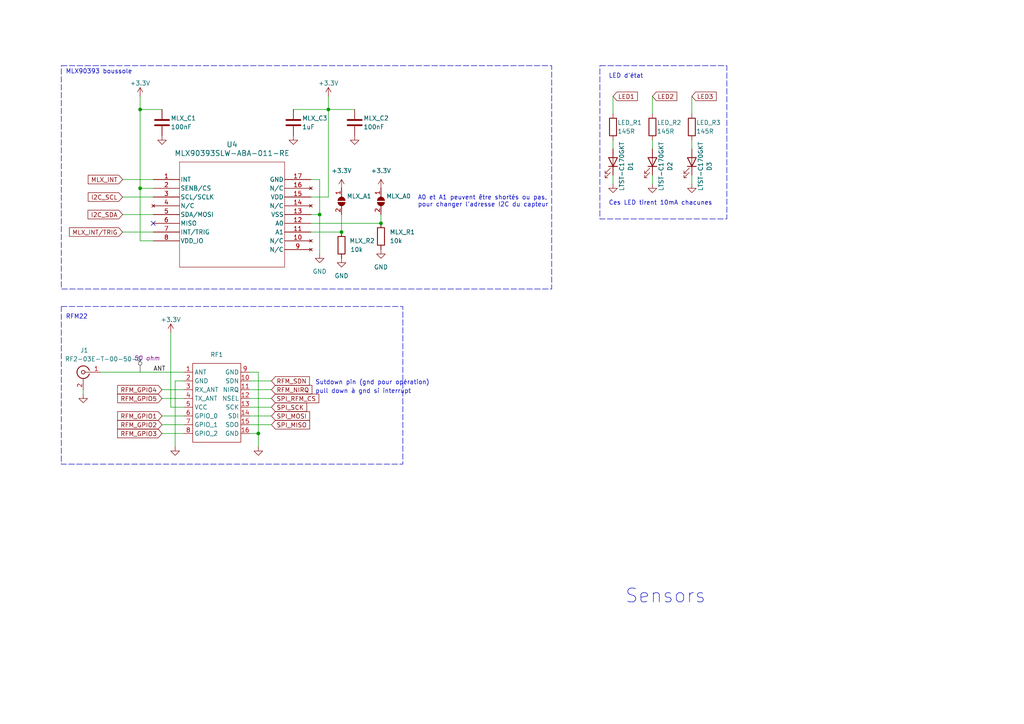
<source format=kicad_sch>
(kicad_sch (version 20231120) (generator "eeschema") (generator_version "8.0")
  (paper "A4")
  (title_block (title "IdeFIX") (rev "v2") (company "GAUL"))
  (lib_symbols
    (symbol "+3.3V_1" (power) (pin_numbers hide) (pin_names (offset 0) hide)
      (property "Value" "+3.3V" (at 0 3.556 0))
      (symbol "+3.3V_1_0_1"
        (polyline (pts (xy -0.762 1.27) (xy 0 2.54)))
        (polyline (pts (xy 0 0) (xy 0 2.54)))
        (polyline (pts (xy 0 2.54) (xy 0.762 1.27)))
      )
      (symbol "+3.3V_1_1_1"
        (pin power_in line (at 0 0 90) (length 0) (name "~") (number "1"))
      )
    )
    (symbol "Connector:Conn_Coaxial" (pin_names (offset 1.016) hide)
      (property "Reference" "J" (at 0.254 3.048 0))
      (property "Value" "Conn_Coaxial" (at 2.921 0 90))
      (symbol "Conn_Coaxial_0_1"
        (arc (start -1.778 -0.508) (mid 0.2311 -1.8066) (end 1.778 0) (stroke (width 0.254)))
        (polyline (pts (xy -2.54 0) (xy -0.508 0)))
        (polyline (pts (xy 0 -2.54) (xy 0 -1.778)))
        (circle (center 0 0) (radius 0.508) (stroke (width 0.2032)))
        (arc (start 1.778 0) (mid 0.2099 1.8101) (end -1.778 0.508) (stroke (width 0.254)))
      )
      (symbol "Conn_Coaxial_1_1"
        (pin passive line (at -5.08 0 0) (length 2.54) (name "In") (number "1"))
        (pin passive line (at 0 -5.08 90) (length 2.54) (name "Ext") (number "2"))
      )
    )
    (symbol "Device:C" (pin_numbers hide) (pin_names (offset 0.254))
      (property "Reference" "C" (at 0.635 2.54 0))
      (property "Value" "C" (at 0.635 -2.54 0))
      (symbol "C_0_1"
        (polyline (pts (xy -2.032 -0.762) (xy 2.032 -0.762)) (stroke (width 0.508)))
        (polyline (pts (xy -2.032 0.762) (xy 2.032 0.762)) (stroke (width 0.508)))
      )
      (symbol "C_1_1"
        (pin passive line (at 0 3.81 270) (length 2.794) (name "~") (number "1"))
        (pin passive line (at 0 -3.81 90) (length 2.794) (name "~") (number "2"))
      )
    )
    (symbol "Device:LED" (pin_numbers hide) (pin_names (offset 1.016) hide)
      (property "Reference" "D" (at 0 2.54 0))
      (property "Value" "LED" (at 0 -2.54 0))
      (symbol "LED_0_1"
        (polyline (pts (xy -1.27 -1.27) (xy -1.27 1.27)) (stroke (width 0.254)))
        (polyline (pts (xy -1.27 0) (xy 1.27 0)))
        (polyline (pts (xy 1.27 -1.27) (xy 1.27 1.27) (xy -1.27 0) (xy 1.27 -1.27)) (stroke (width 0.254)))
        (polyline (pts (xy -3.048 -0.762) (xy -4.572 -2.286) (xy -3.81 -2.286) (xy -4.572 -2.286) (xy -4.572 -1.524)))
        (polyline (pts (xy -1.778 -0.762) (xy -3.302 -2.286) (xy -2.54 -2.286) (xy -3.302 -2.286) (xy -3.302 -1.524)))
      )
      (symbol "LED_1_1"
        (pin passive line (at -3.81 0 0) (length 2.54) (name "K") (number "1"))
        (pin passive line (at 3.81 0 180) (length 2.54) (name "A") (number "2"))
      )
    )
    (symbol "Device:R" (pin_numbers hide) (pin_names (offset 0))
      (property "Reference" "R" (at 2.032 0 90))
      (property "Value" "R" (at 0 0 90))
      (symbol "R_0_1"
        (rectangle (start -1.016 -2.54) (end 1.016 2.54) (stroke (width 0.254)))
      )
      (symbol "R_1_1"
        (pin passive line (at 0 3.81 270) (length 1.27) (name "~") (number "1"))
        (pin passive line (at 0 -3.81 90) (length 1.27) (name "~") (number "2"))
      )
    )
    (symbol "Jumper:SolderJumper_2_Open" (pin_names (offset 0) hide)
      (property "Reference" "JP" (at 0 2.032 0))
      (property "Value" "SolderJumper_2_Open" (at 0 -2.54 0))
      (symbol "SolderJumper_2_Open_0_1"
        (arc (start -0.254 1.016) (mid -1.2656 0) (end -0.254 -1.016))
        (arc (start -0.254 1.016) (mid -1.2656 0) (end -0.254 -1.016) (fill (type outline)))
        (polyline (pts (xy -0.254 1.016) (xy -0.254 -1.016)))
        (polyline (pts (xy 0.254 1.016) (xy 0.254 -1.016)))
        (arc (start 0.254 -1.016) (mid 1.2656 0) (end 0.254 1.016))
        (arc (start 0.254 -1.016) (mid 1.2656 0) (end 0.254 1.016) (fill (type outline)))
      )
      (symbol "SolderJumper_2_Open_1_1"
        (pin passive line (at -3.81 0 0) (length 2.54) (name "A") (number "1"))
        (pin passive line (at 3.81 0 180) (length 2.54) (name "B") (number "2"))
      )
    )
    (symbol "power:+3.3V" (power) (pin_names (offset 0))
      (property "Value" "+3.3V" (at 0 3.556 0))
      (symbol "+3.3V_0_1"
        (polyline (pts (xy -0.762 1.27) (xy 0 2.54)))
        (polyline (pts (xy 0 0) (xy 0 2.54)))
        (polyline (pts (xy 0 2.54) (xy 0.762 1.27)))
      )
      (symbol "+3.3V_1_1"
        (pin power_in line (at 0 0 90) (length 0) hide (name "+3.3V") (number "1"))
      )
    )
    (symbol "power:GND" (power) (pin_names (offset 0))
      (property "Value" "GND" (at 0 -3.81 0))
      (symbol "GND_0_1"
        (polyline (pts (xy 0 0) (xy 0 -1.27) (xy 1.27 -1.27) (xy 0 -2.54) (xy -1.27 -1.27) (xy 0 -1.27)))
      )
      (symbol "GND_1_1"
        (pin power_in line (at 0 0 270) (length 0) hide (name "GND") (number "1"))
      )
    )
    (symbol "symbol-receiver:MLX90393SLW-ABA-011-RE" (pin_names (offset 0.254))
      (property "Reference" "U" (at 22.86 10.16 0))
      (property "Value" "MLX90393SLW-ABA-011-RE" (at 22.86 7.62 0))
      (symbol "MLX90393SLW-ABA-011-RE_1_1"
        (polyline (pts (xy 7.62 -25.4) (xy 38.1 -25.4)) (stroke (width 0.127)))
        (polyline (pts (xy 7.62 5.08) (xy 7.62 -25.4)) (stroke (width 0.127)))
        (polyline (pts (xy 38.1 -25.4) (xy 38.1 5.08)) (stroke (width 0.127)))
        (polyline (pts (xy 38.1 5.08) (xy 7.62 5.08)) (stroke (width 0.127)))
        (pin output line (at 0 0 0) (length 7.62) (name "INT") (number "1"))
        (pin no_connect line (at 45.72 -17.78 180) (length 7.62) (name "N/C") (number "10"))
        (pin input line (at 45.72 -15.24 180) (length 7.62) (name "A1") (number "11"))
        (pin input line (at 45.72 -12.7 180) (length 7.62) (name "A0") (number "12"))
        (pin power_out line (at 45.72 -10.16 180) (length 7.62) (name "VSS") (number "13"))
        (pin no_connect line (at 45.72 -7.62 180) (length 7.62) (name "N/C") (number "14"))
        (pin power_in line (at 45.72 -5.08 180) (length 7.62) (name "VDD") (number "15"))
        (pin no_connect line (at 45.72 -2.54 180) (length 7.62) (name "N/C") (number "16"))
        (pin power_out line (at 45.72 0 180) (length 7.62) (name "GND") (number "17"))
        (pin input line (at 0 -2.54 0) (length 7.62) (name "SENB/CS") (number "2"))
        (pin input line (at 0 -5.08 0) (length 7.62) (name "SCL/SCLK") (number "3"))
        (pin no_connect line (at 0 -7.62 0) (length 7.62) (name "N/C") (number "4"))
        (pin bidirectional line (at 0 -10.16 0) (length 7.62) (name "SDA/MOSI") (number "5"))
        (pin output line (at 0 -12.7 0) (length 7.62) (name "MISO") (number "6"))
        (pin bidirectional line (at 0 -15.24 0) (length 7.62) (name "INT/TRIG") (number "7"))
        (pin power_in line (at 0 -17.78 0) (length 7.62) (name "VDD_IO") (number "8"))
        (pin no_connect line (at 45.72 -20.32 180) (length 7.62) (name "N/C") (number "9"))
      )
    )
    (symbol "symbol-receiver:RFM22B-S2"
      (property "Reference" "RF" (at -1.27 3.81 0))
      (symbol "RFM22B-S2_0_0"
        (pin bidirectional line (at -10.16 0 0) (length 2.54) (name "ANT") (number "1"))
        (pin input line (at 8.89 -2.54 180) (length 2.54) (name "SDN") (number "10"))
        (pin bidirectional line (at 8.89 -5.08 180) (length 2.54) (name "NIRQ") (number "11"))
        (pin input line (at 8.89 -7.62 180) (length 2.54) (name "NSEL") (number "12"))
        (pin input line (at 8.89 -10.16 180) (length 2.54) (name "SCK") (number "13"))
        (pin input line (at 8.89 -12.7 180) (length 2.54) (name "SDI") (number "14"))
        (pin input line (at 8.89 -15.24 180) (length 2.54) (name "SDO") (number "15"))
        (pin power_in line (at 8.89 -17.78 180) (length 2.54) (name "GND") (number "16"))
        (pin power_in line (at -10.16 -2.54 0) (length 2.54) (name "GND") (number "2"))
        (pin input line (at -10.16 -5.08 0) (length 2.54) (name "RX_ANT") (number "3"))
        (pin output line (at -10.16 -7.62 0) (length 2.54) (name "TX_ANT") (number "4"))
        (pin power_in line (at -10.16 -10.16 0) (length 2.54) (name "VCC") (number "5"))
        (pin bidirectional line (at -10.16 -12.7 0) (length 2.54) (name "GPIO_0") (number "6"))
        (pin bidirectional line (at -10.16 -15.24 0) (length 2.54) (name "GPIO_1") (number "7"))
        (pin bidirectional line (at -10.16 -17.78 0) (length 2.54) (name "GPIO_2") (number "8"))
        (pin power_in line (at 8.89 0 180) (length 2.54) (name "GND") (number "9"))
      )
      (symbol "RFM22B-S2_0_1"
        (rectangle (start -7.62 2.54) (end 6.35 -20.32))
      )
    )
  )
  (junction (at 92.71 62.23))
  (junction (at 40.64 54.61))
  (junction (at 40.64 31.75))
  (junction (at 95.25 31.75))
  (junction (at 74.93 125.73))
  (junction (at 99.06 67.31))
  (junction (at 110.49 64.77))
  (no_connect (at 44.45 64.77))
  (wire (pts (xy 72.39 118.11) (xy 78.74 118.11)))
  (wire (pts (xy 72.39 113.03) (xy 78.74 113.03)))
  (wire (pts (xy 35.56 52.07) (xy 44.45 52.07)))
  (wire (pts (xy 49.53 118.11) (xy 53.34 118.11)))
  (wire (pts (xy 35.56 62.23) (xy 44.45 62.23)))
  (wire (pts (xy 102.87 31.75) (xy 95.25 31.75)))
  (wire (pts (xy 40.64 54.61) (xy 44.45 54.61)))
  (wire (pts (xy 189.23 40.64) (xy 189.23 43.18)))
  (wire (pts (xy 44.45 69.85) (xy 40.64 69.85)))
  (wire (pts (xy 90.17 57.15) (xy 95.25 57.15)))
  (wire (pts (xy 50.8 110.49) (xy 50.8 129.54)))
  (wire (pts (xy 72.39 123.19) (xy 78.74 123.19)))
  (wire (pts (xy 189.23 50.8) (xy 189.23 53.34)))
  (wire (pts (xy 49.53 96.52) (xy 49.53 118.11)))
  (wire (pts (xy 46.99 123.19) (xy 53.34 123.19)))
  (wire (pts (xy 92.71 62.23) (xy 92.71 73.66)))
  (wire (pts (xy 46.99 113.03) (xy 53.34 113.03)))
  (wire (pts (xy 29.21 107.95) (xy 53.34 107.95)))
  (wire (pts (xy 74.93 107.95) (xy 74.93 125.73)))
  (wire (pts (xy 92.71 52.07) (xy 92.71 62.23)))
  (wire (pts (xy 95.25 27.94) (xy 95.25 31.75)))
  (wire (pts (xy 74.93 125.73) (xy 74.93 129.54)))
  (wire (pts (xy 40.64 54.61) (xy 40.64 31.75)))
  (wire (pts (xy 200.66 50.8) (xy 200.66 53.34)))
  (wire (pts (xy 177.8 40.64) (xy 177.8 43.18)))
  (wire (pts (xy 200.66 40.64) (xy 200.66 43.18)))
  (wire (pts (xy 90.17 67.31) (xy 99.06 67.31)))
  (wire (pts (xy 200.66 27.94) (xy 200.66 33.02)))
  (wire (pts (xy 40.64 31.75) (xy 46.99 31.75)))
  (wire (pts (xy 95.25 31.75) (xy 95.25 57.15)))
  (wire (pts (xy 72.39 110.49) (xy 78.74 110.49)))
  (wire (pts (xy 46.99 120.65) (xy 53.34 120.65)))
  (wire (pts (xy 90.17 64.77) (xy 110.49 64.77)))
  (wire (pts (xy 40.64 27.94) (xy 40.64 31.75)))
  (wire (pts (xy 53.34 110.49) (xy 50.8 110.49)))
  (wire (pts (xy 24.13 114.3) (xy 24.13 113.03)))
  (wire (pts (xy 99.06 62.23) (xy 99.06 67.31)))
  (wire (pts (xy 90.17 62.23) (xy 92.71 62.23)))
  (wire (pts (xy 177.8 27.94) (xy 177.8 33.02)))
  (wire (pts (xy 72.39 115.57) (xy 78.74 115.57)))
  (wire (pts (xy 40.64 69.85) (xy 40.64 54.61)))
  (wire (pts (xy 35.56 67.31) (xy 44.45 67.31)))
  (wire (pts (xy 177.8 50.8) (xy 177.8 53.34)))
  (wire (pts (xy 189.23 27.94) (xy 189.23 33.02)))
  (wire (pts (xy 72.39 107.95) (xy 74.93 107.95)))
  (wire (pts (xy 90.17 52.07) (xy 92.71 52.07)))
  (wire (pts (xy 46.99 125.73) (xy 53.34 125.73)))
  (wire (pts (xy 110.49 62.23) (xy 110.49 64.77)))
  (wire (pts (xy 72.39 120.65) (xy 78.74 120.65)))
  (wire (pts (xy 72.39 125.73) (xy 74.93 125.73)))
  (wire (pts (xy 46.99 115.57) (xy 53.34 115.57)))
  (wire (pts (xy 85.09 31.75) (xy 95.25 31.75)))
  (wire (pts (xy 35.56 57.15) (xy 44.45 57.15)))
  (rectangle (start 17.78 88.9) (end 116.84 134.62) (stroke (width 0) (type dash)))
  (rectangle (start 173.99 19.05) (end 210.82 63.5) (stroke (width 0) (type dash)))
  (rectangle (start 17.78 19.05) (end 160.02 83.82) (stroke (width 0) (type dash)))
  (text "Ces LED tirent 10mA chacunes" (at 176.53 59.69 0) (effects (font (size 1.27 1.27)) (justify left bottom)))
  (text "pull down à gnd si interrupt" (at 91.44 114.3 0) (effects (font (size 1.27 1.27)) (justify left bottom)))
  (text "Sutdown pin (gnd pour opération)" (at 91.44 111.76 0) (effects (font (size 1.27 1.27)) (justify left bottom)))
  (text "MLX90393 boussole" (at 19.05 21.59 0) (effects (font (size 1.27 1.27)) (justify left bottom)))
  (text "LED d'état" (at 176.53 22.86 0) (effects (font (size 1.27 1.27)) (justify left bottom)))
  (text "Sensors" (at 193.04 172.974 0) (effects (font (size 4 4))))
  (text "RFM22" (at 19.05 92.71 0) (effects (font (size 1.27 1.27)) (justify left bottom)))
  (text "A0 et A1 peuvent être shortés ou pas,\npour changer l'adresse I2C du capteur" (at 121.158 60.198 0) (effects (font (size 1.27 1.27)) (justify left bottom)))
  (label "ANT" (at 44.45 107.95 0))
  (global_label "I2C_SDA" (shape input) (at 35.56 62.23 180) (property "Intersheetrefs" "${INTERSHEET_REFS}" (effects (hide yes))))
  (global_label "SPI_MOSI" (shape input) (at 78.74 120.65 0) (property "Intersheetrefs" "${INTERSHEET_REFS}" (effects (hide yes))))
  (global_label "LED1" (shape input) (at 177.8 27.94 0) (property "Intersheetrefs" "${INTERSHEET_REFS}" (effects (hide yes))))
  (global_label "SPI_MISO" (shape input) (at 78.74 123.19 0) (property "Intersheetrefs" "${INTERSHEET_REFS}" (effects (hide yes))))
  (global_label "RFM_GPIO5" (shape input) (at 46.99 115.57 180) (property "Intersheetrefs" "${INTERSHEET_REFS}" (effects (hide yes))))
  (global_label "RFM_NIRQ" (shape input) (at 78.74 113.03 0) (property "Intersheetrefs" "${INTERSHEET_REFS}" (effects (hide yes))))
  (global_label "LED2" (shape input) (at 189.23 27.94 0) (property "Intersheetrefs" "${INTERSHEET_REFS}" (effects (hide yes))))
  (global_label "MLX_INT{slash}TRIG" (shape input) (at 35.56 67.31 180) (property "Intersheetrefs" "${INTERSHEET_REFS}" (effects (hide yes))))
  (global_label "SPI_RFM_CS" (shape input) (at 78.74 115.57 0) (property "Intersheetrefs" "${INTERSHEET_REFS}" (effects (hide yes))))
  (global_label "I2C_SCL" (shape input) (at 35.56 57.15 180) (property "Intersheetrefs" "${INTERSHEET_REFS}" (effects (hide yes))))
  (global_label "RFM_GPIO2" (shape input) (at 46.99 123.19 180) (property "Intersheetrefs" "${INTERSHEET_REFS}" (effects (hide yes))))
  (global_label "MLX_INT" (shape input) (at 35.56 52.07 180) (property "Intersheetrefs" "${INTERSHEET_REFS}" (effects (hide yes))))
  (global_label "RFM_GPIO1" (shape input) (at 46.99 120.65 180) (property "Intersheetrefs" "${INTERSHEET_REFS}" (effects (hide yes))))
  (global_label "RFM_GPIO3" (shape input) (at 46.99 125.73 180) (property "Intersheetrefs" "${INTERSHEET_REFS}" (effects (hide yes))))
  (global_label "RFM_SDN" (shape input) (at 78.74 110.49 0) (property "Intersheetrefs" "${INTERSHEET_REFS}" (effects (hide yes))))
  (global_label "SPI_SCK" (shape input) (at 78.74 118.11 0) (property "Intersheetrefs" "${INTERSHEET_REFS}" (effects (hide yes))))
  (global_label "RFM_GPIO4" (shape input) (at 46.99 113.03 180) (property "Intersheetrefs" "${INTERSHEET_REFS}" (effects (hide yes))))
  (global_label "LED3" (shape input) (at 200.66 27.94 0) (property "Intersheetrefs" "${INTERSHEET_REFS}" (effects (hide yes))))
  (netclass_flag "" (length 2.54) (shape round) (at 40.64 107.95 0) (property "Netclass" "50 ohm" (at 38.862 103.886 0) (effects (font (italic yes)) (justify left))))
  (symbol (lib_id "Device:R") (at 99.06 71.12 0) (unit 1)
    (property "Reference" "MLX_R2" (at 101.346 69.85 0) (effects (justify left)))
    (property "Value" "10k" (at 101.6 72.39 0) (effects (justify left)))
    (property "Footprint" "Resistor_SMD:R_1206_3216Metric" (effects (hide yes)))
    (property "Description" "10k Res" (effects (hide yes)))
    (property "Digikey" "311-10.0KFRCT-ND" (effects (hide yes)))
  )
  (symbol (lib_id "power:GND") (at 102.87 39.37 0) (unit 1)
    (property "Reference" "#PWR010" (effects (hide yes)))
    (property "Value" "GND" (effects (hide yes)))
  )
  (symbol (lib_id "Device:LED") (at 200.66 46.99 270) (mirror x) (unit 1)
    (property "Reference" "D3" (at 205.74 48.26 0))
    (property "Value" "LTST-C170GKT" (at 203.2 48.26 0))
    (property "Footprint" "Footprints:LTST-C170GKT" (effects (hide yes)))
    (property "Datasheet" "https://www.digikey.ca/en/products/detail/liteon/LTST-C170KGKT/386776" (effects (hide yes)))
    (property "Description" "Green led" (effects (hide yes)))
    (property "Digikey" "160-1414-1-ND" (effects (hide yes)))
  )
  (symbol (lib_id "power:GND") (at 50.8 129.54 0) (unit 1)
    (property "Reference" "#PWR012" (effects (hide yes)))
    (property "Value" "GND" (effects (hide yes)))
  )
  (symbol (lib_id "power:GND") (at 99.06 74.93 0) (unit 1)
    (property "Reference" "#PWR08" (effects (hide yes)))
    (property "Value" "GND" (at 99.06 80.01 0))
  )
  (symbol (lib_id "power:+3.3V") (at 95.25 27.94 0) (unit 1)
    (property "Reference" "#PWR031" (effects (hide yes)))
    (property "Value" "+3.3V" (at 95.25 24.13 0))
  )
  (symbol (lib_id "power:+3.3V") (at 40.64 27.94 0) (unit 1)
    (property "Reference" "#PWR032" (effects (hide yes)))
    (property "Value" "+3.3V" (at 40.64 24.13 0))
  )
  (symbol (lib_id "power:GND") (at 85.09 39.37 0) (unit 1)
    (property "Reference" "#PWR063" (effects (hide yes)))
    (property "Value" "GND" (effects (hide yes)))
  )
  (symbol (lib_id "Device:LED") (at 177.8 46.99 270) (mirror x) (unit 1)
    (property "Reference" "D1" (at 182.88 48.26 0))
    (property "Value" "LTST-C170GKT" (at 180.34 48.26 0))
    (property "Footprint" "Footprints:LTST-C170GKT" (effects (hide yes)))
    (property "Datasheet" "https://www.digikey.ca/en/products/detail/liteon/LTST-C170KGKT/386776" (effects (hide yes)))
    (property "Description" "Green led" (effects (hide yes)))
    (property "Digikey" "160-1414-1-ND" (effects (hide yes)))
  )
  (symbol (lib_id "Device:R") (at 200.66 36.83 0) (unit 1)
    (property "Reference" "LED_R3" (at 201.93 35.56 0) (effects (justify left)))
    (property "Value" "145R" (at 201.93 38.1 0) (effects (justify left)))
    (property "Footprint" "Resistor_SMD:R_1206_3216Metric" (effects (hide yes)))
    (property "Description" "145o Res" (effects (hide yes)))
    (property "Digikey" "2019-RN73H2BTTD1450F100CT-ND" (effects (hide yes)))
  )
  (symbol (lib_id "Jumper:SolderJumper_2_Open") (at 110.49 58.42 270) (unit 1)
    (property "Reference" "MLX_A0" (at 112.014 56.896 90) (effects (justify left)))
    (property "Value" "jumper" (effects (hide yes)))
    (property "Footprint" "Jumper:SolderJumper-2_P1.3mm_Open_TrianglePad1.0x1.5mm" (effects (hide yes)))
  )
  (symbol (lib_id "Device:R") (at 110.49 68.58 0) (unit 1)
    (property "Reference" "MLX_R1" (at 113.03 67.31 0) (effects (justify left)))
    (property "Value" "10k" (at 113.03 69.85 0) (effects (justify left)))
    (property "Footprint" "Resistor_SMD:R_1206_3216Metric" (effects (hide yes)))
    (property "Description" "10k Res" (effects (hide yes)))
    (property "Digikey" "311-10.0KFRCT-ND" (effects (hide yes)))
  )
  (symbol (lib_id "Device:C") (at 102.87 35.56 0) (unit 1)
    (property "Reference" "MLX_C2" (at 105.41 34.29 0) (effects (justify left)))
    (property "Value" "100nF" (at 105.41 36.83 0) (effects (justify left)))
    (property "Footprint" "Capacitor_SMD:C_1206_3216Metric" (effects (hide yes)))
    (property "Description" "100nF Cap" (effects (hide yes)))
    (property "Digikey" "399-C1206C104K5RACTUCT-ND" (effects (hide yes)))
  )
  (symbol (lib_id "power:GND") (at 74.93 129.54 0) (unit 1)
    (property "Reference" "#PWR013" (effects (hide yes)))
    (property "Value" "GND" (effects (hide yes)))
  )
  (symbol (lib_id "power:GND") (at 189.23 53.34 0) (unit 1)
    (property "Reference" "#PWR043" (effects (hide yes)))
    (property "Value" "GND" (effects (hide yes)))
  )
  (symbol (lib_id "Device:R") (at 189.23 36.83 0) (unit 1)
    (property "Reference" "LED_R2" (at 190.5 35.56 0) (effects (justify left)))
    (property "Value" "145R" (at 190.5 38.1 0) (effects (justify left)))
    (property "Footprint" "Resistor_SMD:R_1206_3216Metric" (effects (hide yes)))
    (property "Description" "145o Res" (effects (hide yes)))
    (property "Digikey" "2019-RN73H2BTTD1450F100CT-ND" (effects (hide yes)))
  )
  (symbol (lib_id "power:GND") (at 46.99 39.37 0) (unit 1)
    (property "Reference" "#PWR011" (effects (hide yes)))
    (property "Value" "GND" (effects (hide yes)))
  )
  (symbol (lib_id "symbol-receiver:MLX90393SLW-ABA-011-RE") (at 44.45 52.07 0) (unit 1)
    (property "Reference" "U4" (at 67.31 41.91 0) (effects (font (size 1.524 1.524))))
    (property "Value" "MLX90393SLW-ABA-011-RE" (at 67.31 44.45 0) (effects (font (size 1.524 1.524))))
    (property "Footprint" "Footprints:QFN-16_MLX90393_MEL-L" (effects (hide yes)))
    (property "Datasheet" "https://www.digikey.ca/en/products/detail/melexis-technologies-nv/MLX90393SLW-ABA-011-RE/5031683?s=N4IgTCBcDaILIBkAaBOADAZhRgygg6gLQCCAQsYWgIxWEBKAogMIAqhAcgCIgC6AvkA" (effects (hide yes)))
    (property "Description" "Magnetometer" (effects (hide yes)))
    (property "Digikey" "MLX90393SLW-ABA-011-RECT-ND" (effects (hide yes)))
  )
  (symbol (lib_id "Device:R") (at 177.8 36.83 0) (unit 1)
    (property "Reference" "LED_R1" (at 179.07 35.56 0) (effects (justify left)))
    (property "Value" "145R" (at 179.07 38.1 0) (effects (justify left)))
    (property "Footprint" "Resistor_SMD:R_1206_3216Metric" (effects (hide yes)))
    (property "Description" "145o Res" (effects (hide yes)))
    (property "Digikey" "2019-RN73H2BTTD1450F100CT-ND" (effects (hide yes)))
  )
  (symbol (lib_id "power:GND") (at 200.66 53.34 0) (unit 1)
    (property "Reference" "#PWR045" (effects (hide yes)))
    (property "Value" "GND" (effects (hide yes)))
  )
  (symbol (lib_id "power:GND") (at 24.13 114.3 0) (unit 1)
    (property "Reference" "#PWR057" (effects (hide yes)))
    (property "Value" "GND" (effects (hide yes)))
  )
  (symbol (lib_id "symbol-receiver:RFM22B-S2") (at 63.5 107.95 0) (unit 1) (in_bom no)
    (property "Reference" "RF1" (at 62.865 102.87 0))
    (property "Value" "RFM22B" (effects (hide yes)))
    (property "Footprint" "Footprints:RFM22b-S2_TH" (effects (hide yes)))
    (property "Datasheet" "https://www.sparkfun.com/datasheets/Wireless/General/RFM22B.pdf" (effects (hide yes)))
  )
  (symbol (lib_name "+3.3V_1") (lib_id "power:+3.3V") (at 110.49 54.61 0) (unit 1)
    (property "Reference" "#PWR060" (effects (hide yes)))
    (property "Value" "+3.3V" (at 110.49 49.53 0))
    (property "Description" "Power symbol creates a global label with name \"+3.3V\"" (effects (hide yes)))
  )
  (symbol (lib_id "Device:C") (at 46.99 35.56 0) (unit 1)
    (property "Reference" "MLX_C1" (at 49.53 34.29 0) (effects (justify left)))
    (property "Value" "100nF" (at 49.53 36.83 0) (effects (justify left)))
    (property "Footprint" "Capacitor_SMD:C_1206_3216Metric" (effects (hide yes)))
    (property "Description" "100nF Cap" (effects (hide yes)))
    (property "Digikey" "399-C1206C104K5RACTUCT-ND" (effects (hide yes)))
  )
  (symbol (lib_id "Device:C") (at 85.09 35.56 0) (unit 1)
    (property "Reference" "MLX_C3" (at 87.63 34.29 0) (effects (justify left)))
    (property "Value" "1uF" (at 87.63 36.83 0) (effects (justify left)))
    (property "Footprint" "Capacitor_SMD:C_1206_3216Metric" (effects (hide yes)))
    (property "Description" "1uF Cap" (effects (hide yes)))
    (property "Digikey" "1276-1068-1-ND" (effects (hide yes)))
  )
  (symbol (lib_id "power:+3.3V") (at 49.53 96.52 0) (unit 1)
    (property "Reference" "#PWR017" (effects (hide yes)))
    (property "Value" "+3.3V" (at 49.53 92.71 0))
  )
  (symbol (lib_id "power:GND") (at 110.49 72.39 0) (unit 1)
    (property "Reference" "#PWR09" (effects (hide yes)))
    (property "Value" "GND" (at 110.49 77.47 0))
  )
  (symbol (lib_id "Jumper:SolderJumper_2_Open") (at 99.06 58.42 270) (unit 1)
    (property "Reference" "MLX_A1" (at 100.584 56.896 90) (effects (justify left)))
    (property "Value" "jumper" (effects (hide yes)))
    (property "Footprint" "Jumper:SolderJumper-2_P1.3mm_Open_TrianglePad1.0x1.5mm" (effects (hide yes)))
  )
  (symbol (lib_id "power:GND") (at 177.8 53.34 0) (unit 1)
    (property "Reference" "#PWR042" (effects (hide yes)))
    (property "Value" "GND" (effects (hide yes)))
  )
  (symbol (lib_name "+3.3V_1") (lib_id "power:+3.3V") (at 99.06 54.61 0) (unit 1)
    (property "Reference" "#PWR059" (effects (hide yes)))
    (property "Value" "+3.3V" (at 99.06 49.53 0))
    (property "Description" "Power symbol creates a global label with name \"+3.3V\"" (effects (hide yes)))
  )
  (symbol (lib_id "Device:LED") (at 189.23 46.99 270) (mirror x) (unit 1)
    (property "Reference" "D2" (at 194.31 48.26 0))
    (property "Value" "LTST-C170GKT" (at 191.77 48.26 0))
    (property "Footprint" "Footprints:LTST-C170GKT" (effects (hide yes)))
    (property "Datasheet" "https://www.digikey.ca/en/products/detail/liteon/LTST-C170KGKT/386776" (effects (hide yes)))
    (property "Description" "Green led" (effects (hide yes)))
    (property "Digikey" "160-1414-1-ND" (effects (hide yes)))
  )
  (symbol (lib_id "power:GND") (at 92.71 73.66 0) (unit 1)
    (property "Reference" "#PWR07" (effects (hide yes)))
    (property "Value" "GND" (at 92.71 78.74 0))
  )
  (symbol (lib_id "Connector:Conn_Coaxial") (at 24.13 107.95 0) (mirror y) (unit 1)
    (property "Reference" "J1" (at 24.4474 101.6 0))
    (property "Value" "RF2-03E-T-00-50-G" (at 29.972 104.14 0))
    (property "Footprint" "Footprints:SMA_90deg" (effects (hide yes)))
    (property "Datasheet" "https://www.digikey.ca/en/products/detail/adam-tech/RF2-03E-T-00-50-G/9831386" (effects (hide yes)))
    (property "Description" "SMA connector" (effects (hide yes)))
    (property "Digikey" "  2057-RF2-03E-T-00-50-G-ND" (effects (hide yes)))
  )
)
</source>
